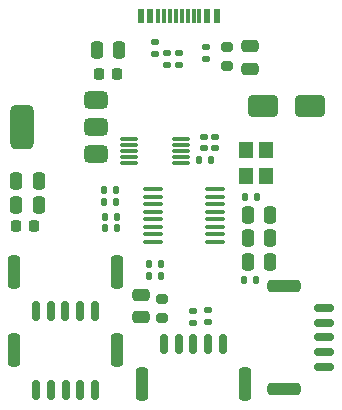
<source format=gbr>
%TF.GenerationSoftware,KiCad,Pcbnew,8.0.7-8.0.7-0~ubuntu22.04.1*%
%TF.CreationDate,2025-01-11T21:05:42+01:00*%
%TF.ProjectId,camera_360,63616d65-7261-45f3-9336-302e6b696361,rev?*%
%TF.SameCoordinates,Original*%
%TF.FileFunction,Paste,Top*%
%TF.FilePolarity,Positive*%
%FSLAX46Y46*%
G04 Gerber Fmt 4.6, Leading zero omitted, Abs format (unit mm)*
G04 Created by KiCad (PCBNEW 8.0.7-8.0.7-0~ubuntu22.04.1) date 2025-01-11 21:05:42*
%MOMM*%
%LPD*%
G01*
G04 APERTURE LIST*
G04 Aperture macros list*
%AMRoundRect*
0 Rectangle with rounded corners*
0 $1 Rounding radius*
0 $2 $3 $4 $5 $6 $7 $8 $9 X,Y pos of 4 corners*
0 Add a 4 corners polygon primitive as box body*
4,1,4,$2,$3,$4,$5,$6,$7,$8,$9,$2,$3,0*
0 Add four circle primitives for the rounded corners*
1,1,$1+$1,$2,$3*
1,1,$1+$1,$4,$5*
1,1,$1+$1,$6,$7*
1,1,$1+$1,$8,$9*
0 Add four rect primitives between the rounded corners*
20,1,$1+$1,$2,$3,$4,$5,0*
20,1,$1+$1,$4,$5,$6,$7,0*
20,1,$1+$1,$6,$7,$8,$9,0*
20,1,$1+$1,$8,$9,$2,$3,0*%
G04 Aperture macros list end*
%ADD10RoundRect,0.150000X0.700000X-0.150000X0.700000X0.150000X-0.700000X0.150000X-0.700000X-0.150000X0*%
%ADD11RoundRect,0.250000X1.150000X-0.250000X1.150000X0.250000X-1.150000X0.250000X-1.150000X-0.250000X0*%
%ADD12RoundRect,0.150000X0.150000X0.700000X-0.150000X0.700000X-0.150000X-0.700000X0.150000X-0.700000X0*%
%ADD13RoundRect,0.250000X0.250000X1.150000X-0.250000X1.150000X-0.250000X-1.150000X0.250000X-1.150000X0*%
%ADD14RoundRect,0.150000X-0.150000X-0.700000X0.150000X-0.700000X0.150000X0.700000X-0.150000X0.700000X0*%
%ADD15RoundRect,0.250000X-0.250000X-1.150000X0.250000X-1.150000X0.250000X1.150000X-0.250000X1.150000X0*%
%ADD16RoundRect,0.225000X-0.225000X-0.250000X0.225000X-0.250000X0.225000X0.250000X-0.225000X0.250000X0*%
%ADD17RoundRect,0.250000X0.475000X-0.250000X0.475000X0.250000X-0.475000X0.250000X-0.475000X-0.250000X0*%
%ADD18RoundRect,0.200000X0.275000X-0.200000X0.275000X0.200000X-0.275000X0.200000X-0.275000X-0.200000X0*%
%ADD19RoundRect,0.140000X-0.170000X0.140000X-0.170000X-0.140000X0.170000X-0.140000X0.170000X0.140000X0*%
%ADD20RoundRect,0.135000X-0.185000X0.135000X-0.185000X-0.135000X0.185000X-0.135000X0.185000X0.135000X0*%
%ADD21RoundRect,0.250000X-0.250000X-0.475000X0.250000X-0.475000X0.250000X0.475000X-0.250000X0.475000X0*%
%ADD22RoundRect,0.375000X0.625000X0.375000X-0.625000X0.375000X-0.625000X-0.375000X0.625000X-0.375000X0*%
%ADD23RoundRect,0.500000X0.500000X1.400000X-0.500000X1.400000X-0.500000X-1.400000X0.500000X-1.400000X0*%
%ADD24RoundRect,0.075000X-0.650000X-0.075000X0.650000X-0.075000X0.650000X0.075000X-0.650000X0.075000X0*%
%ADD25RoundRect,0.135000X-0.135000X-0.185000X0.135000X-0.185000X0.135000X0.185000X-0.135000X0.185000X0*%
%ADD26RoundRect,0.200000X-0.275000X0.200000X-0.275000X-0.200000X0.275000X-0.200000X0.275000X0.200000X0*%
%ADD27RoundRect,0.135000X0.135000X0.185000X-0.135000X0.185000X-0.135000X-0.185000X0.135000X-0.185000X0*%
%ADD28R,0.600000X1.240000*%
%ADD29R,0.300000X1.240000*%
%ADD30RoundRect,0.140000X0.140000X0.170000X-0.140000X0.170000X-0.140000X-0.170000X0.140000X-0.170000X0*%
%ADD31RoundRect,0.250000X0.250000X0.475000X-0.250000X0.475000X-0.250000X-0.475000X0.250000X-0.475000X0*%
%ADD32RoundRect,0.250000X-0.475000X0.250000X-0.475000X-0.250000X0.475000X-0.250000X0.475000X0.250000X0*%
%ADD33RoundRect,0.100000X-0.712500X-0.100000X0.712500X-0.100000X0.712500X0.100000X-0.712500X0.100000X0*%
%ADD34RoundRect,0.250000X1.000000X0.650000X-1.000000X0.650000X-1.000000X-0.650000X1.000000X-0.650000X0*%
%ADD35R,1.200000X1.400000*%
G04 APERTURE END LIST*
D10*
%TO.C,J2*%
X117280000Y-71300000D03*
X117280000Y-70050000D03*
X117280000Y-68800000D03*
X117280000Y-67550000D03*
X117280000Y-66300000D03*
D11*
X113930000Y-73150000D03*
X113930000Y-64450000D03*
%TD*%
D12*
%TO.C,J5*%
X108730000Y-69370000D03*
X107480000Y-69370000D03*
X106230000Y-69370000D03*
X104980000Y-69370000D03*
X103730000Y-69370000D03*
D13*
X110580000Y-72720000D03*
X101880000Y-72720000D03*
%TD*%
D14*
%TO.C,J4*%
X92900000Y-66590000D03*
X94150000Y-66590000D03*
X95400000Y-66590000D03*
X96650000Y-66590000D03*
X97900000Y-66590000D03*
D15*
X91050000Y-63240000D03*
X99750000Y-63240000D03*
%TD*%
D14*
%TO.C,J3*%
X92910000Y-73260000D03*
X94160000Y-73260000D03*
X95410000Y-73260000D03*
X96660000Y-73260000D03*
X97910000Y-73260000D03*
D15*
X91060000Y-69910000D03*
X99760000Y-69910000D03*
%TD*%
D16*
%TO.C,C11*%
X91225000Y-59400000D03*
X92775000Y-59400000D03*
%TD*%
D17*
%TO.C,C14*%
X101820000Y-67099999D03*
X101820000Y-65200001D03*
%TD*%
D18*
%TO.C,R15*%
X103560000Y-67185000D03*
X103560000Y-65535000D03*
%TD*%
D19*
%TO.C,C3*%
X108100000Y-51800000D03*
X108100000Y-52760000D03*
%TD*%
D20*
%TO.C,R14*%
X107490000Y-66520001D03*
X107490000Y-67539999D03*
%TD*%
D21*
%TO.C,C13*%
X91250000Y-57600000D03*
X93150000Y-57600000D03*
%TD*%
D22*
%TO.C,U3*%
X97999999Y-53300000D03*
X97999998Y-51000000D03*
D23*
X91700000Y-51000000D03*
D22*
X97999999Y-48700000D03*
%TD*%
D24*
%TO.C,U1*%
X100800000Y-52000000D03*
X100800000Y-52500001D03*
X100800000Y-53000000D03*
X100800000Y-53499999D03*
X100800000Y-54000000D03*
X105200000Y-54000000D03*
X105200000Y-53499999D03*
X105200000Y-53000000D03*
X105200000Y-52500001D03*
X105200000Y-52000000D03*
%TD*%
D25*
%TO.C,R8*%
X98700000Y-57340000D03*
X99720000Y-57340000D03*
%TD*%
D26*
%TO.C,R1*%
X109100000Y-44175000D03*
X109100000Y-45825000D03*
%TD*%
D20*
%TO.C,R3*%
X103980000Y-44740000D03*
X103980000Y-45759998D03*
%TD*%
D21*
%TO.C,C8*%
X98050000Y-44500000D03*
X99950000Y-44500000D03*
%TD*%
D27*
%TO.C,R12*%
X103509999Y-62600000D03*
X102490001Y-62600000D03*
%TD*%
D28*
%TO.C,J1*%
X108200000Y-41625000D03*
X107400000Y-41625000D03*
D29*
X106750000Y-41625000D03*
X105750000Y-41625000D03*
X104250000Y-41625000D03*
X103250000Y-41625000D03*
D28*
X102600000Y-41625000D03*
X101800000Y-41625000D03*
X101800000Y-41625000D03*
X102600000Y-41625000D03*
D29*
X103750000Y-41625000D03*
X104750000Y-41625000D03*
X105250000Y-41625000D03*
X106250000Y-41625000D03*
D28*
X107400000Y-41625000D03*
X108200000Y-41625000D03*
%TD*%
D30*
%TO.C,C9*%
X111580000Y-56900000D03*
X110620000Y-56900000D03*
%TD*%
D25*
%TO.C,R10*%
X98710000Y-59580000D03*
X99730000Y-59580000D03*
%TD*%
D30*
%TO.C,C5*%
X111510000Y-63900000D03*
X110550000Y-63900000D03*
%TD*%
D19*
%TO.C,C2*%
X107100000Y-51800000D03*
X107100000Y-52760000D03*
%TD*%
D27*
%TO.C,R4*%
X107709999Y-53800000D03*
X106690001Y-53800000D03*
%TD*%
%TO.C,R7*%
X99719999Y-56340000D03*
X98700001Y-56340000D03*
%TD*%
D31*
%TO.C,C6*%
X112749999Y-60400000D03*
X110850001Y-60400000D03*
%TD*%
D16*
%TO.C,C10*%
X98225000Y-46500000D03*
X99775000Y-46500000D03*
%TD*%
D25*
%TO.C,R11*%
X102490001Y-63600000D03*
X103509999Y-63600000D03*
%TD*%
%TO.C,R9*%
X98720000Y-58570000D03*
X99740000Y-58570000D03*
%TD*%
D20*
%TO.C,R2*%
X104980000Y-44740000D03*
X104980000Y-45759998D03*
%TD*%
D32*
%TO.C,C1*%
X111000000Y-44150000D03*
X111000000Y-46050000D03*
%TD*%
D21*
%TO.C,C12*%
X91250000Y-55600000D03*
X93150000Y-55600000D03*
%TD*%
D33*
%TO.C,U2*%
X102779526Y-56267473D03*
X102779526Y-56902473D03*
X102779526Y-57537473D03*
X102779526Y-58172473D03*
X102779526Y-58807473D03*
X102779526Y-59442473D03*
X102779526Y-60077473D03*
X102779526Y-60712473D03*
X108054526Y-60712473D03*
X108054526Y-60077473D03*
X108054526Y-59442473D03*
X108054526Y-58807473D03*
X108054526Y-58172473D03*
X108054526Y-57537473D03*
X108054526Y-56902473D03*
X108054526Y-56267473D03*
%TD*%
D31*
%TO.C,C7*%
X112750000Y-58400000D03*
X110850000Y-58400000D03*
%TD*%
D20*
%TO.C,R13*%
X106240000Y-66550001D03*
X106240000Y-67569999D03*
%TD*%
D31*
%TO.C,C4*%
X112739999Y-62400000D03*
X110840001Y-62400000D03*
%TD*%
D20*
%TO.C,R5*%
X103000000Y-43790001D03*
X103000000Y-44809999D03*
%TD*%
D34*
%TO.C,D1*%
X116100001Y-49200000D03*
X112099999Y-49200000D03*
%TD*%
D35*
%TO.C,Y1*%
X112350000Y-55100000D03*
X112350000Y-52900000D03*
X110650000Y-52900000D03*
X110650000Y-55100000D03*
%TD*%
D20*
%TO.C,R6*%
X107300000Y-44190001D03*
X107300000Y-45209999D03*
%TD*%
M02*

</source>
